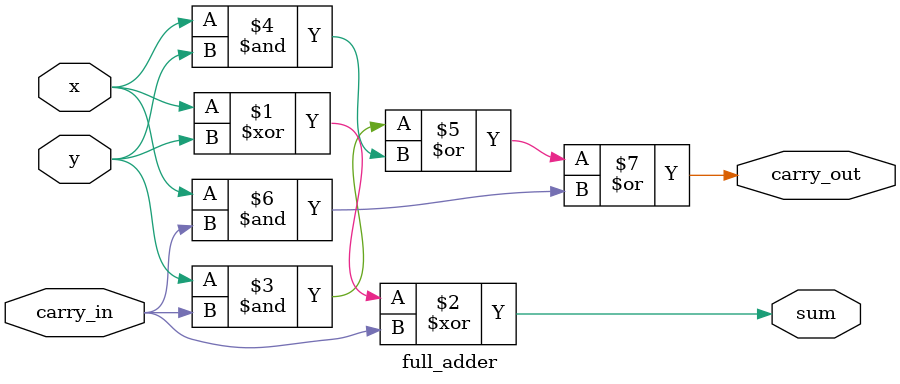
<source format=v>
`timescale 1ns / 1ps


module full_adder(
    input x,y,carry_in,
    output sum,carry_out
    );
    
    assign sum = (x^y) ^ carry_in;
    assign carry_out = (y&carry_in) | (x&y) | (x&carry_in);
    
endmodule

</source>
